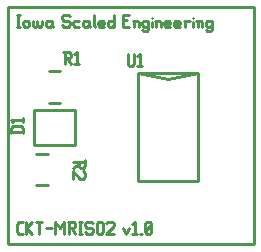
<source format=gbr>
G04 start of page 7 for group -4079 idx -4079 *
G04 Title: (unknown), topsilk *
G04 Creator: pcb 20110918 *
G04 CreationDate: Mon 25 Mar 2013 04:22:40 AM GMT UTC *
G04 For: ndholmes *
G04 Format: Gerber/RS-274X *
G04 PCB-Dimensions: 83000 80000 *
G04 PCB-Coordinate-Origin: lower left *
%MOIN*%
%FSLAX25Y25*%
%LNTOPSILK*%
%ADD35C,0.0100*%
G54D35*X500Y500D02*X82500D01*
Y79500D01*
X500D01*
Y500D01*
X3500Y77000D02*X4500D01*
X4000D02*Y73000D01*
X3500D02*X4500D01*
X5700Y74500D02*Y73500D01*
Y74500D02*X6200Y75000D01*
X7200D01*
X7700Y74500D01*
Y73500D01*
X7200Y73000D02*X7700Y73500D01*
X6200Y73000D02*X7200D01*
X5700Y73500D02*X6200Y73000D01*
X8900Y75000D02*Y73500D01*
X9400Y73000D01*
X9900D01*
X10400Y73500D01*
Y75000D02*Y73500D01*
X10900Y73000D01*
X11400D01*
X11900Y73500D01*
Y75000D02*Y73500D01*
X14600Y75000D02*X15100Y74500D01*
X13600Y75000D02*X14600D01*
X13100Y74500D02*X13600Y75000D01*
X13100Y74500D02*Y73500D01*
X13600Y73000D01*
X15100Y75000D02*Y73500D01*
X15600Y73000D01*
X13600D02*X14600D01*
X15100Y73500D01*
X20600Y77000D02*X21100Y76500D01*
X19100Y77000D02*X20600D01*
X18600Y76500D02*X19100Y77000D01*
X18600Y76500D02*Y75500D01*
X19100Y75000D01*
X20600D01*
X21100Y74500D01*
Y73500D01*
X20600Y73000D02*X21100Y73500D01*
X19100Y73000D02*X20600D01*
X18600Y73500D02*X19100Y73000D01*
X22800Y75000D02*X24300D01*
X22300Y74500D02*X22800Y75000D01*
X22300Y74500D02*Y73500D01*
X22800Y73000D01*
X24300D01*
X27000Y75000D02*X27500Y74500D01*
X26000Y75000D02*X27000D01*
X25500Y74500D02*X26000Y75000D01*
X25500Y74500D02*Y73500D01*
X26000Y73000D01*
X27500Y75000D02*Y73500D01*
X28000Y73000D01*
X26000D02*X27000D01*
X27500Y73500D01*
X29200Y77000D02*Y73500D01*
X29700Y73000D01*
X31200D02*X32700D01*
X30700Y73500D02*X31200Y73000D01*
X30700Y74500D02*Y73500D01*
Y74500D02*X31200Y75000D01*
X32200D01*
X32700Y74500D01*
X30700Y74000D02*X32700D01*
Y74500D02*Y74000D01*
X35900Y77000D02*Y73000D01*
X35400D02*X35900Y73500D01*
X34400Y73000D02*X35400D01*
X33900Y73500D02*X34400Y73000D01*
X33900Y74500D02*Y73500D01*
Y74500D02*X34400Y75000D01*
X35400D01*
X35900Y74500D01*
X38900Y75200D02*X40400D01*
X38900Y73000D02*X40900D01*
X38900Y77000D02*Y73000D01*
Y77000D02*X40900D01*
X42600Y74500D02*Y73000D01*
Y74500D02*X43100Y75000D01*
X43600D01*
X44100Y74500D01*
Y73000D01*
X42100Y75000D02*X42600Y74500D01*
X46800Y75000D02*X47300Y74500D01*
X45800Y75000D02*X46800D01*
X45300Y74500D02*X45800Y75000D01*
X45300Y74500D02*Y73500D01*
X45800Y73000D01*
X46800D01*
X47300Y73500D01*
X45300Y72000D02*X45800Y71500D01*
X46800D01*
X47300Y72000D01*
Y75000D02*Y72000D01*
X48500Y76000D02*Y75900D01*
Y74500D02*Y73000D01*
X50000Y74500D02*Y73000D01*
Y74500D02*X50500Y75000D01*
X51000D01*
X51500Y74500D01*
Y73000D01*
X49500Y75000D02*X50000Y74500D01*
X53200Y73000D02*X54700D01*
X52700Y73500D02*X53200Y73000D01*
X52700Y74500D02*Y73500D01*
Y74500D02*X53200Y75000D01*
X54200D01*
X54700Y74500D01*
X52700Y74000D02*X54700D01*
Y74500D02*Y74000D01*
X56400Y73000D02*X57900D01*
X55900Y73500D02*X56400Y73000D01*
X55900Y74500D02*Y73500D01*
Y74500D02*X56400Y75000D01*
X57400D01*
X57900Y74500D01*
X55900Y74000D02*X57900D01*
Y74500D02*Y74000D01*
X59600Y74500D02*Y73000D01*
Y74500D02*X60100Y75000D01*
X61100D01*
X59100D02*X59600Y74500D01*
X62300Y76000D02*Y75900D01*
Y74500D02*Y73000D01*
X63800Y74500D02*Y73000D01*
Y74500D02*X64300Y75000D01*
X64800D01*
X65300Y74500D01*
Y73000D01*
X63300Y75000D02*X63800Y74500D01*
X68000Y75000D02*X68500Y74500D01*
X67000Y75000D02*X68000D01*
X66500Y74500D02*X67000Y75000D01*
X66500Y74500D02*Y73500D01*
X67000Y73000D01*
X68000D01*
X68500Y73500D01*
X66500Y72000D02*X67000Y71500D01*
X68000D01*
X68500Y72000D01*
Y75000D02*Y72000D01*
X4200Y4000D02*X5500D01*
X3500Y4700D02*X4200Y4000D01*
X3500Y7300D02*Y4700D01*
Y7300D02*X4200Y8000D01*
X5500D01*
X6700D02*Y4000D01*
Y6000D02*X8700Y8000D01*
X6700Y6000D02*X8700Y4000D01*
X9900Y8000D02*X11900D01*
X10900D02*Y4000D01*
X13100Y6000D02*X15100D01*
X16300Y8000D02*Y4000D01*
Y8000D02*X17800Y6000D01*
X19300Y8000D01*
Y4000D01*
X20500Y8000D02*X22500D01*
X23000Y7500D01*
Y6500D01*
X22500Y6000D02*X23000Y6500D01*
X21000Y6000D02*X22500D01*
X21000Y8000D02*Y4000D01*
X21800Y6000D02*X23000Y4000D01*
X24200Y8000D02*X25200D01*
X24700D02*Y4000D01*
X24200D02*X25200D01*
X28400Y8000D02*X28900Y7500D01*
X26900Y8000D02*X28400D01*
X26400Y7500D02*X26900Y8000D01*
X26400Y7500D02*Y6500D01*
X26900Y6000D01*
X28400D01*
X28900Y5500D01*
Y4500D01*
X28400Y4000D02*X28900Y4500D01*
X26900Y4000D02*X28400D01*
X26400Y4500D02*X26900Y4000D01*
X30100Y7500D02*Y4500D01*
Y7500D02*X30600Y8000D01*
X31600D01*
X32100Y7500D01*
Y4500D01*
X31600Y4000D02*X32100Y4500D01*
X30600Y4000D02*X31600D01*
X30100Y4500D02*X30600Y4000D01*
X33300Y7500D02*X33800Y8000D01*
X35300D01*
X35800Y7500D01*
Y6500D01*
X33300Y4000D02*X35800Y6500D01*
X33300Y4000D02*X35800D01*
X38800Y6000D02*X39800Y4000D01*
X40800Y6000D02*X39800Y4000D01*
X42000Y7200D02*X42800Y8000D01*
Y4000D01*
X42000D02*X43500D01*
X44700D02*X45200D01*
X46400Y4500D02*X46900Y4000D01*
X46400Y7500D02*Y4500D01*
Y7500D02*X46900Y8000D01*
X47900D01*
X48400Y7500D01*
Y4500D01*
X47900Y4000D02*X48400Y4500D01*
X46900Y4000D02*X47900D01*
X46400Y5000D02*X48400Y7000D01*
X14127Y58314D02*X18063D01*
X14127Y47686D02*X18063D01*
X9100Y45405D02*X23000D01*
X9100D02*Y33605D01*
X23000D01*
Y45405D02*Y33605D01*
X10032Y20186D02*X13968D01*
X10032Y30814D02*X13968D01*
X44000Y21500D02*X64000D01*
Y57500D02*Y21500D01*
X44000Y57500D02*Y21500D01*
Y57500D02*X64000D01*
X54000Y55500D01*
X44000Y57500D02*X54000Y55500D01*
X40500Y64000D02*Y60500D01*
X41000Y60000D01*
X42000D01*
X42500Y60500D01*
Y64000D02*Y60500D01*
X43700Y63200D02*X44500Y64000D01*
Y60000D01*
X43700D02*X45200D01*
X18945Y64650D02*X20945D01*
X21445Y64150D01*
Y63150D01*
X20945Y62650D02*X21445Y63150D01*
X19445Y62650D02*X20945D01*
X19445Y64650D02*Y60650D01*
X20245Y62650D02*X21445Y60650D01*
X22645Y63850D02*X23445Y64650D01*
Y60650D01*
X22645D02*X24145D01*
X1605Y38000D02*X5605D01*
X1605Y39300D02*X2305Y40000D01*
X4905D01*
X5605Y39300D02*X4905Y40000D01*
X5605Y39300D02*Y37500D01*
X1605Y39300D02*Y37500D01*
X2405Y41200D02*X1605Y42000D01*
X5605D01*
Y42700D02*Y41200D01*
X26150Y28650D02*Y26650D01*
X25650Y26150D01*
X24650D02*X25650D01*
X24150Y26650D02*X24650Y26150D01*
X24150Y28150D02*Y26650D01*
X22150Y28150D02*X26150D01*
X24150Y27350D02*X22150Y26150D01*
X25650Y24950D02*X26150Y24450D01*
Y22950D01*
X25650Y22450D01*
X24650D02*X25650D01*
X22150Y24950D02*X24650Y22450D01*
X22150Y24950D02*Y22450D01*
M02*

</source>
